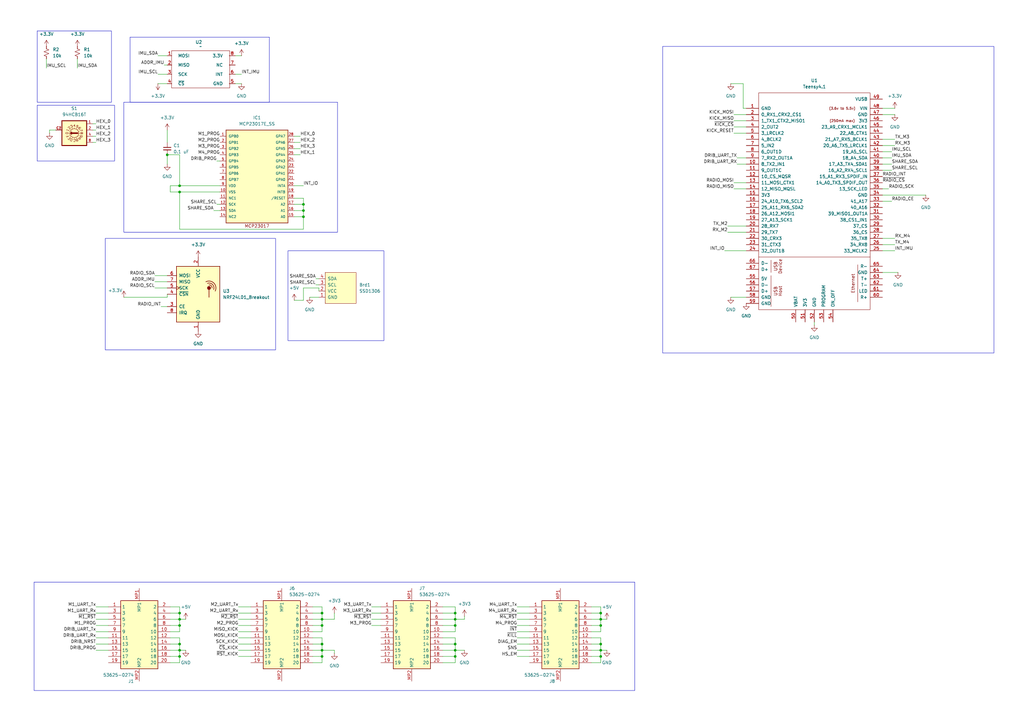
<source format=kicad_sch>
(kicad_sch (version 20231120) (generator "eeschema") (generator_version "8.0")
  (paper "A3")
  (lib_symbols
    (symbol "94HCB16T:94HCB16T" (pin_names (offset 1.016))
      (property "Reference" "S" (at -5.09 5.09 0))
      (property "Value" "94HCB16T" (at 0 -7.6239 0))
      (symbol "94HCB16T_0_0"
        (pin passive line (at 7.62 2.54 180) (length 2.54) (name "~") (number "1"))
        (pin passive line (at 7.62 0 180) (length 2.54) (name "~") (number "2"))
        (pin passive line (at 7.62 -2.54 180) (length 2.54) (name "~") (number "4"))
        (pin passive line (at 7.62 -5.08 180) (length 2.54) (name "~") (number "8"))
        (pin passive line (at -7.62 0 0) (length 2.54) (name "~") (number "C1"))
        (pin passive line (at -7.62 0 0) (length 2.54) (name "~") (number "C2"))
      )
    )
    (symbol "Device:C_Small" (pin_numbers hide) (pin_names (offset 0.254) hide)
      (property "Reference" "C" (at 0.254 1.778 0))
      (property "Value" "C_Small" (at 0.254 -2.032 0))
      (symbol "C_Small_1_1"
        (pin passive line (at 0 2.54 270) (length 2.032) (name "~") (number "1"))
        (pin passive line (at 0 -2.54 90) (length 2.032) (name "~") (number "2"))
      )
    )
    (symbol "Device:R_Small_US" (pin_numbers hide) (pin_names (offset 0.254) hide)
      (property "Reference" "R" (at 0.762 0.508 0))
      (property "Value" "R_Small_US" (at 0.762 -1.016 0))
      (symbol "R_Small_US_1_1"
        (pin passive line (at 0 2.54 270) (length 1.016) (name "~") (number "1"))
        (pin passive line (at 0 -2.54 90) (length 1.016) (name "~") (number "2"))
      )
    )
    (symbol "IMUHeader:HeaderIMU" (pin_names (offset 2.54))
      (property "Reference" "U" (at 0 0 0))
      (symbol "HeaderIMU_1_1"
        (pin input line (at -13.97 -3.81 0) (length 1.905) (name "MOSI") (number "1"))
        (pin input line (at -13.97 -7.62 0) (length 1.905) (name "MISO") (number "2"))
        (pin input line (at -13.97 -11.43 0) (length 1.905) (name "SCK") (number "3"))
        (pin power_in line (at -13.97 -15.24 0) (length 1.905) (name "~{CS}") (number "4"))
        (pin output line (at 13.97 -15.24 180) (length 2.54) (name "GND") (number "5"))
        (pin output line (at 13.97 -11.43 180) (length 2.54) (name "INT") (number "6"))
        (pin input line (at 13.97 -7.62 180) (length 2.54) (name "NC") (number "7"))
        (pin power_in line (at 13.97 -3.81 180) (length 2.54) (name "3.3V") (number "8"))
      )
    )
    (symbol "MCP23017E_SS:MCP23017E_SS" (pin_names (offset 1.016))
      (property "Reference" "IC" (at 0 19.05 0))
      (property "Value" "MCP23017E_SS" (at 0 0 0))
      (symbol "MCP23017E_SS_0_0"
        (text "MCP23017" (at 0 -21.59 0) (effects (font (size 1.27 1.27))))
        (pin bidirectional line (at -15.24 15.24 0) (length 2.54) (name "GPB0") (number "1"))
        (pin bidirectional line (at -15.24 -7.62 0) (length 2.54) (name "VSS") (number "10"))
        (pin bidirectional line (at -15.24 -10.16 0) (length 2.54) (name "NC1") (number "11"))
        (pin bidirectional line (at -15.24 -12.7 0) (length 2.54) (name "SCK") (number "12"))
        (pin bidirectional line (at -15.24 -15.24 0) (length 2.54) (name "SDA") (number "13"))
        (pin bidirectional line (at -15.24 -17.78 0) (length 2.54) (name "NC2") (number "14"))
        (pin bidirectional line (at 15.24 -17.78 180) (length 2.54) (name "A0") (number "15"))
        (pin bidirectional line (at 15.24 -15.24 180) (length 2.54) (name "A1") (number "16"))
        (pin bidirectional line (at 15.24 -12.7 180) (length 2.54) (name "A2") (number "17"))
        (pin bidirectional line (at 15.24 -10.16 180) (length 2.54) (name "/RESET") (number "18"))
        (pin bidirectional line (at 15.24 -7.62 180) (length 2.54) (name "INTB") (number "19"))
        (pin bidirectional line (at -15.24 12.7 0) (length 2.54) (name "GPB1") (number "2"))
        (pin bidirectional line (at 15.24 -5.08 180) (length 2.54) (name "INTA") (number "20"))
        (pin bidirectional line (at 15.24 -2.54 180) (length 2.54) (name "GPA0") (number "21"))
        (pin bidirectional line (at 15.24 0 180) (length 2.54) (name "GPA1") (number "22"))
        (pin bidirectional line (at 15.24 2.54 180) (length 2.54) (name "GPA2") (number "23"))
        (pin bidirectional line (at 15.24 5.08 180) (length 2.54) (name "GPA3") (number "24"))
        (pin bidirectional line (at 15.24 7.62 180) (length 2.54) (name "GPA4") (number "25"))
        (pin bidirectional line (at 15.24 10.16 180) (length 2.54) (name "GPA5") (number "26"))
        (pin bidirectional line (at 15.24 12.7 180) (length 2.54) (name "GPA6") (number "27"))
        (pin bidirectional line (at 15.24 15.24 180) (length 2.54) (name "GPA7") (number "28"))
        (pin bidirectional line (at -15.24 10.16 0) (length 2.54) (name "GPB2") (number "3"))
        (pin bidirectional line (at -15.24 7.62 0) (length 2.54) (name "GPB3") (number "4"))
        (pin bidirectional line (at -15.24 5.08 0) (length 2.54) (name "GPB4") (number "5"))
        (pin bidirectional line (at -15.24 2.54 0) (length 2.54) (name "GPB5") (number "6"))
        (pin bidirectional line (at -15.24 0 0) (length 2.54) (name "GPB6") (number "7"))
        (pin bidirectional line (at -15.24 -2.54 0) (length 2.54) (name "GPB7") (number "8"))
        (pin bidirectional line (at -15.24 -5.08 0) (length 2.54) (name "VDD") (number "9"))
      )
    )
    (symbol "RF:NRF24L01_Breakout" (pin_names (offset 1.016))
      (property "Reference" "U" (at -8.89 12.7 0))
      (property "Value" "NRF24L01_Breakout" (at 3.81 12.7 0))
      (symbol "NRF24L01_Breakout_1_1"
        (pin power_in line (at 0 -15.24 90) (length 3.81) (name "GND") (number "1"))
        (pin power_in line (at 0 15.24 270) (length 3.81) (name "VCC") (number "2"))
        (pin input line (at -12.7 -5.08 0) (length 3.81) (name "CE") (number "3"))
        (pin input line (at -12.7 0 0) (length 3.81) (name "~{CSN}") (number "4"))
        (pin input clock (at -12.7 2.54 0) (length 3.81) (name "SCK") (number "5"))
        (pin input line (at -12.7 7.62 0) (length 3.81) (name "MOSI") (number "6"))
        (pin output line (at -12.7 5.08 0) (length 3.81) (name "MISO") (number "7"))
        (pin output line (at -12.7 -7.62 0) (length 3.81) (name "IRQ") (number "8"))
      )
    )
    (symbol "RoboJackets-Connectors:53625-0274"
      (property "Reference" "J" (at 34.29 12.7 0))
      (property "Value" "53625-0274" (at 34.29 10.16 0))
      (symbol "53625-0274_1_1"
        (pin passive line (at 7.62 -12.7 90) (length 5.08) (name "1") (number "1"))
        (pin passive line (at 17.78 12.7 270) (length 5.08) (name "10") (number "10"))
        (pin passive line (at 20.32 -12.7 90) (length 5.08) (name "11") (number "11"))
        (pin passive line (at 20.32 12.7 270) (length 5.08) (name "12") (number "12"))
        (pin passive line (at 22.86 -12.7 90) (length 5.08) (name "13") (number "13"))
        (pin passive line (at 22.86 12.7 270) (length 5.08) (name "14") (number "14"))
        (pin passive line (at 25.4 -12.7 90) (length 5.08) (name "15") (number "15"))
        (pin passive line (at 25.4 12.7 270) (length 5.08) (name "16") (number "16"))
        (pin passive line (at 27.94 -12.7 90) (length 5.08) (name "17") (number "17"))
        (pin passive line (at 27.94 12.7 270) (length 5.08) (name "18") (number "18"))
        (pin passive line (at 30.48 -12.7 90) (length 5.08) (name "19") (number "19"))
        (pin passive line (at 7.62 12.7 270) (length 5.08) (name "2") (number "2"))
        (pin passive line (at 30.48 12.7 270) (length 5.08) (name "20") (number "20"))
        (pin passive line (at 10.16 -12.7 90) (length 5.08) (name "3") (number "3"))
        (pin passive line (at 10.16 12.7 270) (length 5.08) (name "4") (number "4"))
        (pin passive line (at 12.7 -12.7 90) (length 5.08) (name "5") (number "5"))
        (pin passive line (at 12.7 12.7 270) (length 5.08) (name "6") (number "6"))
        (pin passive line (at 15.24 -12.7 90) (length 5.08) (name "7") (number "7"))
        (pin passive line (at 15.24 12.7 270) (length 5.08) (name "8") (number "8"))
        (pin passive line (at 17.78 -12.7 90) (length 5.08) (name "9") (number "9"))
        (pin passive line (at 0 0 0) (length 5.08) (name "MP1") (number "MP1"))
        (pin passive line (at 38.1 0 180) (length 5.08) (name "MP2") (number "MP2"))
      )
    )
    (symbol "SSD1306-128x64_OLED:SSD1306" (pin_names (offset 1.016))
      (property "Reference" "Brd1" (at 1.2701 -7.62 90))
      (property "Value" "SSD1306" (at -1.2699 -7.62 90))
      (symbol "SSD1306_1_1"
        (pin input line (at -3.81 8.89 270) (length 2.54) (name "GND") (number "1"))
        (pin input line (at -1.27 8.89 270) (length 2.54) (name "VCC") (number "2"))
        (pin input line (at 1.27 8.89 270) (length 2.54) (name "SCL") (number "3"))
        (pin input line (at 3.81 8.89 270) (length 2.54) (name "SDA") (number "4"))
      )
    )
    (symbol "power:+3.3V" (power) (pin_numbers hide) (pin_names (offset 0) hide)
      (property "Value" "+3.3V" (at 0 3.556 0))
      (symbol "+3.3V_1_1"
        (pin power_in line (at 0 0 90) (length 0) (name "~") (number "1"))
      )
    )
    (symbol "power:+3V3" (power) (pin_numbers hide) (pin_names (offset 0) hide)
      (property "Value" "+3V3" (at 0 3.556 0))
      (symbol "+3V3_1_1"
        (pin power_in line (at 0 0 90) (length 0) (name "~") (number "1"))
      )
    )
    (symbol "power:+5V" (power) (pin_numbers hide) (pin_names (offset 0) hide)
      (property "Value" "+5V" (at 0 3.556 0))
      (symbol "+5V_1_1"
        (pin power_in line (at 0 0 90) (length 0) (name "~") (number "1"))
      )
    )
    (symbol "power:GND" (power) (pin_numbers hide) (pin_names (offset 0) hide)
      (property "Value" "GND" (at 0 -3.81 0))
      (symbol "GND_1_1"
        (pin power_in line (at 0 0 270) (length 0) (name "~") (number "1"))
      )
    )
    (symbol "teensy:Teensy4.1" (pin_names (offset 1.016))
      (property "Reference" "U" (at 0 64.77 0))
      (property "Value" "Teensy4.1" (at 0 62.23 0))
      (symbol "Teensy4.1_0_0"
        (text "(250mA max)" (at 11.43 49.53 0) (effects (font (size 1.016 1.016))))
        (text "(3.6v to 5.5v)" (at 11.43 54.61 0) (effects (font (size 1.016 1.016))))
        (text "Device" (at -13.97 -10.16 900) (effects (font (size 1.27 1.27))))
        (text "Ethernet" (at 15.875 -17.145 900) (effects (font (size 1.27 1.27))))
        (text "Host" (at -13.97 -20.32 900) (effects (font (size 1.27 1.27))))
        (text "USB" (at -15.875 -20.32 900) (effects (font (size 1.27 1.27))))
        (text "USB" (at -15.875 -10.16 900) (effects (font (size 1.27 1.27))))
        (pin bidirectional line (at -27.94 31.75 0) (length 5.08) (name "8_TX2_IN1") (number "10"))
        (pin bidirectional line (at -27.94 29.21 0) (length 5.08) (name "9_OUT1C") (number "11"))
        (pin bidirectional line (at -27.94 26.67 0) (length 5.08) (name "10_CS_MQSR") (number "12"))
        (pin bidirectional line (at -27.94 24.13 0) (length 5.08) (name "11_MOSI_CTX1") (number "13"))
        (pin bidirectional line (at -27.94 21.59 0) (length 5.08) (name "12_MISO_MQSL") (number "14"))
        (pin power_in line (at -27.94 19.05 0) (length 5.08) (name "3V3") (number "15"))
        (pin bidirectional line (at -27.94 16.51 0) (length 5.08) (name "24_A10_TX6_SCL2") (number "16"))
        (pin bidirectional line (at -27.94 13.97 0) (length 5.08) (name "25_A11_RX6_SDA2") (number "17"))
        (pin bidirectional line (at -27.94 11.43 0) (length 5.08) (name "26_A12_MOSI1") (number "18"))
        (pin bidirectional line (at -27.94 8.89 0) (length 5.08) (name "27_A13_SCK1") (number "19"))
        (pin bidirectional line (at -27.94 6.35 0) (length 5.08) (name "28_RX7") (number "20"))
        (pin bidirectional line (at -27.94 3.81 0) (length 5.08) (name "29_TX7") (number "21"))
        (pin bidirectional line (at -27.94 1.27 0) (length 5.08) (name "30_CRX3") (number "22"))
        (pin bidirectional line (at -27.94 -1.27 0) (length 5.08) (name "31_CTX3") (number "23"))
        (pin bidirectional line (at -27.94 -3.81 0) (length 5.08) (name "32_OUT1B") (number "24"))
        (pin bidirectional line (at 27.94 -3.81 180) (length 5.08) (name "33_MCLK2") (number "25"))
        (pin bidirectional line (at 27.94 -1.27 180) (length 5.08) (name "34_RX8") (number "26"))
        (pin bidirectional line (at 27.94 1.27 180) (length 5.08) (name "35_TX8") (number "27"))
        (pin bidirectional line (at 27.94 3.81 180) (length 5.08) (name "36_CS") (number "28"))
        (pin bidirectional line (at 27.94 6.35 180) (length 5.08) (name "37_CS") (number "29"))
        (pin bidirectional line (at 27.94 8.89 180) (length 5.08) (name "38_CS1_IN1") (number "30"))
        (pin bidirectional line (at 27.94 11.43 180) (length 5.08) (name "39_MISO1_OUT1A") (number "31"))
        (pin bidirectional line (at 27.94 13.97 180) (length 5.08) (name "40_A16") (number "32"))
        (pin bidirectional line (at 27.94 16.51 180) (length 5.08) (name "41_A17") (number "33"))
        (pin bidirectional line (at 27.94 21.59 180) (length 5.08) (name "13_SCK_LED") (number "35"))
        (pin bidirectional line (at 27.94 24.13 180) (length 5.08) (name "14_A0_TX3_SPDIF_OUT") (number "36"))
        (pin bidirectional line (at 27.94 26.67 180) (length 5.08) (name "15_A1_RX3_SPDIF_IN") (number "37"))
        (pin bidirectional line (at 27.94 29.21 180) (length 5.08) (name "16_A2_RX4_SCL1") (number "38"))
        (pin bidirectional line (at 27.94 31.75 180) (length 5.08) (name "17_A3_TX4_SDA1") (number "39"))
        (pin bidirectional line (at 27.94 34.29 180) (length 5.08) (name "18_A4_SDA") (number "40"))
        (pin bidirectional line (at 27.94 36.83 180) (length 5.08) (name "19_A5_SCL") (number "41"))
        (pin bidirectional line (at 27.94 39.37 180) (length 5.08) (name "20_A6_TX5_LRCLK1") (number "42"))
        (pin bidirectional line (at 27.94 41.91 180) (length 5.08) (name "21_A7_RX5_BCLK1") (number "43"))
        (pin bidirectional line (at 27.94 44.45 180) (length 5.08) (name "22_A8_CTX1") (number "44"))
        (pin bidirectional line (at 27.94 46.99 180) (length 5.08) (name "23_A9_CRX1_MCLK1") (number "45"))
        (pin output line (at 27.94 49.53 180) (length 5.08) (name "3V3") (number "46"))
        (pin output line (at 27.94 52.07 180) (length 5.08) (name "GND") (number "47"))
        (pin power_in line (at 27.94 54.61 180) (length 5.08) (name "VIN") (number "48"))
        (pin power_out line (at 27.94 58.42 180) (length 5.08) (name "VUSB") (number "49"))
        (pin bidirectional line (at -27.94 44.45 0) (length 5.08) (name "3_LRCLK2") (number "5"))
        (pin power_in line (at -7.62 -33.02 90) (length 5.08) (name "VBAT") (number "50"))
        (pin power_in line (at -3.81 -33.02 90) (length 5.08) (name "3V3") (number "51"))
        (pin input line (at 0 -33.02 90) (length 5.08) (name "GND") (number "52"))
        (pin input line (at 3.81 -33.02 90) (length 5.08) (name "PROGRAM") (number "53"))
        (pin input line (at 7.62 -33.02 90) (length 5.08) (name "ON_OFF") (number "54"))
        (pin power_out line (at -27.94 -15.24 0) (length 5.08) (name "5V") (number "55"))
        (pin bidirectional line (at -27.94 -17.78 0) (length 5.08) (name "D-") (number "56"))
        (pin bidirectional line (at -27.94 -20.32 0) (length 5.08) (name "D+") (number "57"))
        (pin power_in line (at -27.94 -22.86 0) (length 5.08) (name "GND") (number "58"))
        (pin power_in line (at -27.94 -25.4 0) (length 5.08) (name "GND") (number "59"))
        (pin bidirectional line (at -27.94 41.91 0) (length 5.08) (name "4_BCLK2") (number "6"))
        (pin bidirectional line (at 27.94 -22.86 180) (length 5.08) (name "R+") (number "60"))
        (pin bidirectional line (at 27.94 -20.32 180) (length 5.08) (name "LED") (number "61"))
        (pin bidirectional line (at 27.94 -17.78 180) (length 5.08) (name "T-") (number "62"))
        (pin bidirectional line (at 27.94 -15.24 180) (length 5.08) (name "T+") (number "63"))
        (pin power_in line (at 27.94 -12.7 180) (length 5.08) (name "GND") (number "64"))
        (pin bidirectional line (at 27.94 -10.16 180) (length 5.08) (name "R-") (number "65"))
        (pin bidirectional line (at -27.94 -8.89 0) (length 5.08) (name "D-") (number "66"))
        (pin bidirectional line (at -27.94 -11.43 0) (length 5.08) (name "D+") (number "67"))
        (pin bidirectional line (at -27.94 39.37 0) (length 5.08) (name "5_IN2") (number "7"))
        (pin bidirectional line (at -27.94 36.83 0) (length 5.08) (name "6_OUT1D") (number "8"))
        (pin bidirectional line (at -27.94 34.29 0) (length 5.08) (name "7_RX2_OUT1A") (number "9"))
      )
      (symbol "Teensy4.1_1_1"
        (pin power_in line (at -27.94 54.61 0) (length 5.08) (name "GND") (number "1"))
        (pin bidirectional line (at -27.94 52.07 0) (length 5.08) (name "0_RX1_CRX2_CS1") (number "2"))
        (pin bidirectional line (at -27.94 49.53 0) (length 5.08) (name "1_TX1_CTX2_MISO1") (number "3"))
        (pin power_in line (at 27.94 19.05 180) (length 5.08) (name "GND") (number "34"))
        (pin bidirectional line (at -27.94 46.99 0) (length 5.08) (name "2_OUT2") (number "4"))
      )
    )
  )
  (junction (at 246.38 251.46))
  (junction (at 124.46 83.82))
  (junction (at 124.46 88.9))
  (junction (at 186.69 254))
  (junction (at 68.58 63.5))
  (junction (at 132.08 251.46))
  (junction (at 132.08 266.7))
  (junction (at 186.69 256.54))
  (junction (at 73.66 251.46))
  (junction (at 124.46 86.36))
  (junction (at 186.69 264.16))
  (junction (at 132.08 254))
  (junction (at 73.66 264.16))
  (junction (at 132.08 256.54))
  (junction (at 186.69 269.24))
  (junction (at 246.38 269.24))
  (junction (at 246.38 256.54))
  (junction (at 73.66 266.7))
  (junction (at 246.38 266.7))
  (junction (at 246.38 264.16))
  (junction (at 132.08 264.16))
  (junction (at 73.66 78.74))
  (junction (at 73.66 76.2))
  (junction (at 246.38 254))
  (junction (at 186.69 266.7))
  (junction (at 186.69 251.46))
  (junction (at 73.66 256.54))
  (junction (at 132.08 269.24))
  (junction (at 73.66 254))
  (junction (at 73.66 269.24))
  (wire (pts (xy 246.38 251.46) (xy 246.38 254)))
  (wire (pts (xy 69.85 264.16) (xy 73.66 264.16)))
  (wire (pts (xy 128.27 254) (xy 132.08 254)))
  (wire (pts (xy 217.17 254) (xy 212.09 254)))
  (wire (pts (xy 300.99 49.53) (xy 306.07 49.53)))
  (wire (pts (xy 38.1 53.34) (xy 39.37 53.34)))
  (wire (pts (xy 181.61 248.92) (xy 186.69 248.92)))
  (wire (pts (xy 44.45 264.16) (xy 39.37 264.16)))
  (wire (pts (xy 361.95 77.47) (xy 364.49 77.47)))
  (wire (pts (xy 361.95 62.23) (xy 365.76 62.23)))
  (wire (pts (xy 124.46 83.82) (xy 124.46 81.28)))
  (wire (pts (xy 186.69 261.62) (xy 186.69 264.16)))
  (wire (pts (xy 38.1 58.42) (xy 39.37 58.42)))
  (wire (pts (xy 124.46 118.11) (xy 124.46 123.19)))
  (wire (pts (xy 300.99 54.61) (xy 306.07 54.61)))
  (wire (pts (xy 181.61 259.08) (xy 186.69 259.08)))
  (wire (pts (xy 120.65 58.42) (xy 123.19 58.42)))
  (wire (pts (xy 128.27 264.16) (xy 132.08 264.16)))
  (wire (pts (xy 68.58 63.5) (xy 73.66 63.5)))
  (wire (pts (xy 73.66 264.16) (xy 73.66 266.7)))
  (wire (pts (xy 246.38 259.08) (xy 242.57 259.08)))
  (wire (pts (xy 97.79 261.62) (xy 102.87 261.62)))
  (wire (pts (xy 132.08 256.54) (xy 132.08 254)))
  (wire (pts (xy 73.66 251.46) (xy 73.66 254)))
  (wire (pts (xy 69.85 256.54) (xy 73.66 256.54)))
  (wire (pts (xy 152.4 251.46) (xy 156.21 251.46)))
  (wire (pts (xy 242.57 256.54) (xy 246.38 256.54)))
  (wire (pts (xy 242.57 254) (xy 246.38 254)))
  (wire (pts (xy 246.38 256.54) (xy 246.38 259.08)))
  (wire (pts (xy 97.79 264.16) (xy 102.87 264.16)))
  (wire (pts (xy 64.77 30.48) (xy 68.58 30.48)))
  (wire (pts (xy 300.99 46.99) (xy 306.07 46.99)))
  (wire (pts (xy 246.38 251.46) (xy 242.57 251.46)))
  (wire (pts (xy 44.45 261.62) (xy 39.37 261.62)))
  (wire (pts (xy 73.66 78.74) (xy 73.66 93.98)))
  (wire (pts (xy 361.95 46.99) (xy 367.03 46.99)))
  (wire (pts (xy 44.45 254) (xy 39.37 254)))
  (wire (pts (xy 69.85 261.62) (xy 73.66 261.62)))
  (wire (pts (xy 120.65 60.96) (xy 123.19 60.96)))
  (wire (pts (xy 242.57 264.16) (xy 246.38 264.16)))
  (wire (pts (xy 120.65 123.19) (xy 124.46 123.19)))
  (wire (pts (xy 246.38 266.7) (xy 246.38 269.24)))
  (wire (pts (xy 246.38 269.24) (xy 246.38 271.78)))
  (wire (pts (xy 73.66 93.98) (xy 124.46 93.98)))
  (wire (pts (xy 298.45 92.71) (xy 306.07 92.71)))
  (wire (pts (xy 73.66 261.62) (xy 73.66 264.16)))
  (wire (pts (xy 186.69 251.46) (xy 186.69 254)))
  (wire (pts (xy 120.65 83.82) (xy 124.46 83.82)))
  (wire (pts (xy 212.09 266.7) (xy 217.17 266.7)))
  (wire (pts (xy 302.26 64.77) (xy 306.07 64.77)))
  (wire (pts (xy 69.85 269.24) (xy 73.66 269.24)))
  (wire (pts (xy 132.08 264.16) (xy 132.08 261.62)))
  (wire (pts (xy 96.52 22.86) (xy 99.06 22.86)))
  (wire (pts (xy 73.66 266.7) (xy 76.2 266.7)))
  (wire (pts (xy 20.32 53.34) (xy 22.86 53.34)))
  (wire (pts (xy 217.17 256.54) (xy 212.09 256.54)))
  (wire (pts (xy 120.65 88.9) (xy 124.46 88.9)))
  (wire (pts (xy 44.45 259.08) (xy 39.37 259.08)))
  (wire (pts (xy 304.8 44.45) (xy 304.8 34.29)))
  (wire (pts (xy 69.85 266.7) (xy 73.66 266.7)))
  (wire (pts (xy 298.45 95.25) (xy 306.07 95.25)))
  (wire (pts (xy 132.08 254) (xy 137.16 254)))
  (wire (pts (xy 64.77 34.29) (xy 68.58 34.29)))
  (wire (pts (xy 361.95 69.85) (xy 365.76 69.85)))
  (wire (pts (xy 246.38 264.16) (xy 246.38 266.7)))
  (wire (pts (xy 128.27 261.62) (xy 132.08 261.62)))
  (wire (pts (xy 361.95 82.55) (xy 365.76 82.55)))
  (wire (pts (xy 120.65 55.88) (xy 123.19 55.88)))
  (wire (pts (xy 137.16 251.46) (xy 137.16 254)))
  (wire (pts (xy 132.08 254) (xy 132.08 251.46)))
  (wire (pts (xy 152.4 248.92) (xy 156.21 248.92)))
  (wire (pts (xy 186.69 254) (xy 190.5 254)))
  (wire (pts (xy 124.46 81.28) (xy 120.65 81.28)))
  (wire (pts (xy 242.57 266.7) (xy 246.38 266.7)))
  (wire (pts (xy 69.85 254) (xy 73.66 254)))
  (wire (pts (xy 361.95 102.87) (xy 367.03 102.87)))
  (wire (pts (xy 69.85 78.74) (xy 73.66 78.74)))
  (wire (pts (xy 361.95 111.76) (xy 368.3 111.76)))
  (wire (pts (xy 31.75 24.13) (xy 31.75 27.94)))
  (wire (pts (xy 181.61 266.7) (xy 186.69 266.7)))
  (wire (pts (xy 73.66 76.2) (xy 90.17 76.2)))
  (wire (pts (xy 152.4 254) (xy 156.21 254)))
  (wire (pts (xy 186.69 266.7) (xy 186.69 269.24)))
  (wire (pts (xy 361.95 44.45) (xy 367.03 44.45)))
  (wire (pts (xy 128.27 256.54) (xy 132.08 256.54)))
  (wire (pts (xy 73.66 271.78) (xy 69.85 271.78)))
  (wire (pts (xy 97.79 251.46) (xy 102.87 251.46)))
  (wire (pts (xy 186.69 264.16) (xy 186.69 266.7)))
  (wire (pts (xy 96.52 34.29) (xy 99.06 34.29)))
  (wire (pts (xy 73.66 76.2) (xy 69.85 76.2)))
  (wire (pts (xy 246.38 266.7) (xy 248.92 266.7)))
  (wire (pts (xy 361.95 64.77) (xy 365.76 64.77)))
  (wire (pts (xy 242.57 261.62) (xy 246.38 261.62)))
  (wire (pts (xy 73.66 259.08) (xy 69.85 259.08)))
  (wire (pts (xy 39.37 266.7) (xy 44.45 266.7)))
  (wire (pts (xy 186.69 248.92) (xy 186.69 251.46)))
  (wire (pts (xy 68.58 121.92) (xy 68.58 120.65)))
  (wire (pts (xy 132.08 266.7) (xy 137.16 266.7)))
  (wire (pts (xy 96.52 30.48) (xy 99.06 30.48)))
  (wire (pts (xy 132.08 248.92) (xy 128.27 248.92)))
  (wire (pts (xy 124.46 86.36) (xy 124.46 83.82)))
  (wire (pts (xy 217.17 251.46) (xy 212.09 251.46)))
  (wire (pts (xy 217.17 264.16) (xy 212.09 264.16)))
  (wire (pts (xy 97.79 254) (xy 102.87 254)))
  (wire (pts (xy 63.5 118.11) (xy 68.58 118.11)))
  (wire (pts (xy 73.66 266.7) (xy 73.66 269.24)))
  (wire (pts (xy 181.61 254) (xy 186.69 254)))
  (wire (pts (xy 128.27 266.7) (xy 132.08 266.7)))
  (wire (pts (xy 132.08 269.24) (xy 132.08 271.78)))
  (wire (pts (xy 217.17 261.62) (xy 212.09 261.62)))
  (wire (pts (xy 186.69 254) (xy 186.69 256.54)))
  (wire (pts (xy 50.8 121.92) (xy 68.58 121.92)))
  (wire (pts (xy 73.66 269.24) (xy 73.66 271.78)))
  (wire (pts (xy 246.38 271.78) (xy 242.57 271.78)))
  (wire (pts (xy 128.27 271.78) (xy 132.08 271.78)))
  (wire (pts (xy 130.81 118.11) (xy 130.81 119.38)))
  (wire (pts (xy 361.95 57.15) (xy 367.03 57.15)))
  (wire (pts (xy 88.9 83.82) (xy 90.17 83.82)))
  (wire (pts (xy 129.54 114.3) (xy 130.81 114.3)))
  (wire (pts (xy 88.9 66.04) (xy 90.17 66.04)))
  (wire (pts (xy 69.85 248.92) (xy 73.66 248.92)))
  (wire (pts (xy 132.08 251.46) (xy 132.08 248.92)))
  (wire (pts (xy 361.95 59.69) (xy 367.03 59.69)))
  (wire (pts (xy 300.99 77.47) (xy 306.07 77.47)))
  (wire (pts (xy 297.18 102.87) (xy 306.07 102.87)))
  (wire (pts (xy 73.66 248.92) (xy 73.66 251.46)))
  (wire (pts (xy 44.45 251.46) (xy 39.37 251.46)))
  (wire (pts (xy 299.72 121.92) (xy 306.07 121.92)))
  (wire (pts (xy 44.45 248.92) (xy 39.37 248.92)))
  (wire (pts (xy 217.17 248.92) (xy 212.09 248.92)))
  (wire (pts (xy 190.5 252.73) (xy 190.5 254)))
  (wire (pts (xy 137.16 266.7) (xy 137.16 267.97)))
  (wire (pts (xy 246.38 254) (xy 248.92 254)))
  (wire (pts (xy 64.77 22.86) (xy 68.58 22.86)))
  (wire (pts (xy 19.05 24.13) (xy 19.05 27.94)))
  (wire (pts (xy 127 121.92) (xy 130.81 121.92)))
  (wire (pts (xy 63.5 115.57) (xy 68.58 115.57)))
  (wire (pts (xy 152.4 256.54) (xy 156.21 256.54)))
  (wire (pts (xy 242.57 248.92) (xy 246.38 248.92)))
  (wire (pts (xy 128.27 269.24) (xy 132.08 269.24)))
  (wire (pts (xy 186.69 269.24) (xy 186.69 271.78)))
  (wire (pts (xy 212.09 269.24) (xy 217.17 269.24)))
  (wire (pts (xy 128.27 251.46) (xy 132.08 251.46)))
  (wire (pts (xy 361.95 100.33) (xy 367.03 100.33)))
  (wire (pts (xy 306.07 44.45) (xy 304.8 44.45)))
  (wire (pts (xy 66.04 125.73) (xy 68.58 125.73)))
  (wire (pts (xy 246.38 248.92) (xy 246.38 251.46)))
  (wire (pts (xy 67.31 26.67) (xy 68.58 26.67)))
  (wire (pts (xy 128.27 259.08) (xy 132.08 259.08)))
  (wire (pts (xy 304.8 34.29) (xy 299.72 34.29)))
  (wire (pts (xy 186.69 266.7) (xy 190.5 266.7)))
  (wire (pts (xy 300.99 52.07) (xy 306.07 52.07)))
  (wire (pts (xy 181.61 251.46) (xy 186.69 251.46)))
  (wire (pts (xy 181.61 261.62) (xy 186.69 261.62)))
  (wire (pts (xy 361.95 80.01) (xy 379.73 80.01)))
  (wire (pts (xy 181.61 264.16) (xy 186.69 264.16)))
  (wire (pts (xy 68.58 63.5) (xy 68.58 67.31)))
  (wire (pts (xy 120.65 63.5) (xy 123.19 63.5)))
  (wire (pts (xy 97.79 259.08) (xy 102.87 259.08)))
  (wire (pts (xy 186.69 256.54) (xy 186.69 259.08)))
  (wire (pts (xy 186.69 271.78) (xy 181.61 271.78)))
  (wire (pts (xy 302.26 67.31) (xy 306.07 67.31)))
  (wire (pts (xy 181.61 269.24) (xy 186.69 269.24)))
  (wire (pts (xy 63.5 113.03) (xy 68.58 113.03)))
  (wire (pts (xy 132.08 259.08) (xy 132.08 256.54)))
  (wire (pts (xy 124.46 88.9) (xy 124.46 86.36)))
  (wire (pts (xy 361.95 97.79) (xy 367.03 97.79)))
  (wire (pts (xy 361.95 67.31) (xy 365.76 67.31)))
  (wire (pts (xy 129.54 116.84) (xy 130.81 116.84)))
  (wire (pts (xy 97.79 269.24) (xy 102.87 269.24)))
  (wire (pts (xy 97.79 266.7) (xy 102.87 266.7)))
  (wire (pts (xy 300.99 74.93) (xy 306.07 74.93)))
  (wire (pts (xy 73.66 251.46) (xy 69.85 251.46)))
  (wire (pts (xy 217.17 259.08) (xy 212.09 259.08)))
  (wire (pts (xy 132.08 266.7) (xy 132.08 269.24)))
  (wire (pts (xy 97.79 248.92) (xy 102.87 248.92)))
  (wire (pts (xy 38.1 55.88) (xy 39.37 55.88)))
  (wire (pts (xy 73.66 78.74) (xy 90.17 78.74)))
  (wire (pts (xy 73.66 63.5) (xy 73.66 76.2)))
  (wire (pts (xy 124.46 93.98) (xy 124.46 88.9)))
  (wire (pts (xy 120.65 86.36) (xy 124.46 86.36)))
  (wire (pts (xy 246.38 261.62) (xy 246.38 264.16)))
  (wire (pts (xy 97.79 256.54) (xy 102.87 256.54)))
  (wire (pts (xy 242.57 269.24) (xy 246.38 269.24)))
  (wire (pts (xy 132.08 266.7) (xy 132.08 264.16)))
  (wire (pts (xy 124.46 118.11) (xy 130.81 118.11)))
  (wire (pts (xy 69.85 76.2) (xy 69.85 78.74)))
  (wire (pts (xy 68.58 53.34) (xy 68.58 58.42)))
  (wire (pts (xy 334.01 132.08) (xy 334.01 133.35)))
  (wire (pts (xy 73.66 254) (xy 76.2 254)))
  (wire (pts (xy 246.38 254) (xy 246.38 256.54)))
  (wire (pts (xy 44.45 256.54) (xy 39.37 256.54)))
  (wire (pts (xy 87.63 86.36) (xy 90.17 86.36)))
  (wire (pts (xy 20.32 54.61) (xy 20.32 53.34)))
  (wire (pts (xy 73.66 256.54) (xy 73.66 259.08)))
  (wire (pts (xy 38.1 50.8) (xy 39.37 50.8)))
  (wire (pts (xy 181.61 256.54) (xy 186.69 256.54)))
  (wire (pts (xy 120.65 76.2) (xy 124.46 76.2)))
  (wire (pts (xy 73.66 254) (xy 73.66 256.54)))
  (rectangle (start 50.8 41.91) (end 138.43 95.25))
  (rectangle (start 15.24 12.7) (end 45.72 41.91))
  (rectangle (start 53.34 15.24) (end 110.49 41.91))
  (rectangle (start 13.97 238.76) (end 260.35 283.21))
  (rectangle (start 118.11 102.87) (end 157.48 139.7))
  (rectangle (start 271.78 19.05) (end 407.67 144.78))
  (rectangle (start 15.24 43.18) (end 46.99 66.04))
  (rectangle (start 43.18 97.79) (end 113.03 143.51))
  (label "IMU_SCL" (at 365.76 62.23 0))
  (label "~{INT}" (at 212.09 259.08 180))
  (label "RADIO_MOSI" (at 300.99 74.93 180))
  (label "RADIO_SDA" (at 63.5 113.03 180))
  (label "DRIB_PROG" (at 88.9 66.04 180))
  (label "~{KICK_CS}" (at 300.99 52.07 180))
  (label "RX_M2" (at 298.45 95.25 180))
  (label "M2_PROG" (at 90.17 58.42 180))
  (label "INT_IO" (at 124.46 76.2 0))
  (label "DRIB_UART_RX" (at 302.26 67.31 180))
  (label "HEX_2" (at 123.19 58.42 0))
  (label "SHARE_SCL" (at 365.76 69.85 0))
  (label "INT_IMU" (at 99.06 30.48 0))
  (label "HS_EM" (at 212.09 269.24 180))
  (label "~{M3_RST}" (at 152.4 254 180))
  (label "HEX_1" (at 39.37 53.34 0))
  (label "DRIB_NRST" (at 39.37 264.16 180))
  (label "RADIO_CE" (at 365.76 82.55 0))
  (label "~{CS}_KICK" (at 97.79 266.7 180))
  (label "SHARE_SCL" (at 129.54 116.84 180))
  (label "IMU_SDA" (at 365.76 64.77 0))
  (label "M3_PROG" (at 152.4 256.54 180))
  (label "M3_PROG" (at 90.17 60.96 180))
  (label "M4_PROG" (at 90.17 63.5 180))
  (label "SHARE_SDA" (at 129.54 114.3 180))
  (label "IMU_SDA" (at 31.75 27.94 0))
  (label "INT_IMU" (at 367.03 102.87 0))
  (label "SHARE_SCL" (at 88.9 83.82 180))
  (label "HEX_0" (at 123.19 55.88 0))
  (label "M2_UART_Tx" (at 97.79 248.92 180))
  (label "INT_IO" (at 297.18 102.87 180))
  (label "DRIB_PROG" (at 39.37 266.7 180))
  (label "RADIO_SCK" (at 364.49 77.47 0))
  (label "M1_UART_Tx" (at 39.37 248.92 180))
  (label "SNS" (at 212.09 266.7 180))
  (label "DRIB_UART_Rx" (at 39.37 261.62 180))
  (label "HEX_3" (at 39.37 58.42 0))
  (label "TX_M2" (at 298.45 92.71 180))
  (label "M4_PROG" (at 212.09 256.54 180))
  (label "TX_M4" (at 367.03 100.33 0))
  (label "IMU_SCL" (at 19.05 27.94 0))
  (label "HEX_0" (at 39.37 50.8 0))
  (label "KICK_RESET" (at 300.99 54.61 180))
  (label "~{RST}_KICK" (at 97.79 269.24 180))
  (label "DRIB_UART_TX" (at 302.26 64.77 180))
  (label "RADIO_SCL" (at 63.5 118.11 180))
  (label "~{KILL}" (at 212.09 261.62 180))
  (label "DIAG_EM" (at 212.09 264.16 180))
  (label "HEX_3" (at 123.19 60.96 0))
  (label "SCK_KICK" (at 97.79 264.16 180))
  (label "KICK_MISO" (at 300.99 49.53 180))
  (label "HEX_1" (at 123.19 63.5 0))
  (label "~{RADIO_CS}" (at 361.95 74.93 0))
  (label "M3_UART_Rx" (at 152.4 251.46 180))
  (label "~{M2_RST}" (at 97.79 254 180))
  (label "MISO_KICK" (at 97.79 259.08 180))
  (label "IMU_SDA" (at 64.77 22.86 180))
  (label "RADIO_INT" (at 66.04 125.73 180))
  (label "DRIB_UART_Tx" (at 39.37 259.08 180))
  (label "M4_UART_Rx" (at 212.09 251.46 180))
  (label "IMU_SCL" (at 64.77 30.48 180))
  (label "RX_M4" (at 367.03 97.79 0))
  (label "M1_PROG" (at 39.37 256.54 180))
  (label "~{M4_RST}" (at 212.09 254 180))
  (label "KICK_MOSI" (at 300.99 46.99 180))
  (label "RADIO_INT" (at 361.95 72.39 0))
  (label "HEX_2" (at 39.37 55.88 0))
  (label "M3_UART_Tx" (at 152.4 248.92 180))
  (label "MOSI_KICK" (at 97.79 261.62 180))
  (label "SHARE_SDA" (at 365.76 67.31 0))
  (label "M2_PROG" (at 97.79 256.54 180))
  (label "M1_PROG" (at 90.17 55.88 180))
  (label "ADDR_IMU" (at 63.5 115.57 180))
  (label "ADDR_IMU" (at 67.31 26.67 180))
  (label "TX_M3" (at 367.03 57.15 0))
  (label "M2_UART_Rx" (at 97.79 251.46 180))
  (label "SHARE_SDA" (at 87.63 86.36 180))
  (label "RX_M3" (at 367.03 59.69 0))
  (label "~{M1_RST}" (at 39.37 254 180))
  (label "M1_UART_Rx" (at 39.37 251.46 180))
  (label "M4_UART_Tx" (at 212.09 248.92 180))
  (label "RADIO_MISO" (at 300.99 77.47 180))
  (symbol (lib_id "RoboJackets-Connectors:53625-0274") (at 57.15 241.3 270) (unit 1)
    (property "Reference" "J1" (at 54.9559 279.4 90) (effects (justify right)))
    (property "Value" "53625-0274" (at 54.9559 276.86 90) (effects (justify right)))
    (property "Footprint" "RoboJackets-Connectors:536250274" (effects (hide yes)))
    (property "Datasheet" "https://www.molex.com/pdm_docs/sd/536250274_sd.pdf" (effects (hide yes)))
    (property "Description" "Board to Board & Mezzanine Connectors SlimStack .635mm Plg 20Ckt" (effects (hide yes)))
    (property "Vendor" "Digikey" (effects (hide yes)))
    (property "Vendor P/N" "900-0536250274CT-ND" (effects (hide yes)))
    (property "Vendor URL" "https://www.digikey.com/en/products/detail/molex/0536250274/10482852?s=N4IgTCBcDaIKwGYBsY4FoAMYDsAWEAugL5A" (effects (hide yes)))
    (property "Manufacturer" "Molex" (effects (hide yes)))
    (property "Manufacturer P/N" "  0536250274" (effects (hide yes)))
    (property "Height" "6.2" (effects (hide yes)))
  )
  (symbol (lib_id "power:GND") (at 137.16 267.97 0) (unit 1)
    (property "Reference" "#PWR021" (effects (hide yes)))
    (property "Value" "GND" (at 137.16 273.05 0))
    (property "Description" "Power symbol creates a global label with name \"GND\" , ground" (effects (hide yes)))
  )
  (symbol (lib_id "power:GND") (at 127 121.92 0) (unit 1)
    (property "Reference" "#PWR028" (effects (hide yes)))
    (property "Value" "GND" (at 127 127 0))
    (property "Description" "Power symbol creates a global label with name \"GND\" , ground" (effects (hide yes)))
  )
  (symbol (lib_id "power:+3V3") (at 137.16 251.46 0) (unit 1)
    (property "Reference" "#PWR020" (effects (hide yes)))
    (property "Value" "+3V3" (at 137.16 246.38 0))
    (property "Description" "Power symbol creates a global label with name \"+3V3\"" (effects (hide yes)))
  )
  (symbol (lib_id "power:GND") (at 306.07 124.46 0) (unit 1)
    (property "Reference" "#PWR07" (effects (hide yes)))
    (property "Value" "GND" (at 306.07 129.54 0))
    (property "Description" "Power symbol creates a global label with name \"GND\" , ground" (effects (hide yes)))
  )
  (symbol (lib_id "power:+3.3V") (at 31.75 19.05 0) (unit 1)
    (property "Reference" "#PWR01" (effects (hide yes)))
    (property "Value" "+3.3V" (at 31.75 13.97 0))
    (property "Description" "Power symbol creates a global label with name \"+3.3V\"" (effects (hide yes)))
  )
  (symbol (lib_id "power:GND") (at 367.03 46.99 0) (unit 1)
    (property "Reference" "#PWR04" (effects (hide yes)))
    (property "Value" "GND" (at 367.03 52.07 0))
    (property "Description" "Power symbol creates a global label with name \"GND\" , ground" (effects (hide yes)))
  )
  (symbol (lib_id "power:GND") (at 379.73 80.01 0) (unit 1)
    (property "Reference" "#PWR08" (effects (hide yes)))
    (property "Value" "GND" (at 379.73 85.09 0))
    (property "Description" "Power symbol creates a global label with name \"GND\" , ground" (effects (hide yes)))
  )
  (symbol (lib_id "power:GND") (at 20.32 54.61 0) (unit 1)
    (property "Reference" "#PWR017" (effects (hide yes)))
    (property "Value" "GND" (at 20.32 59.69 0))
    (property "Description" "Power symbol creates a global label with name \"GND\" , ground" (effects (hide yes)))
  )
  (symbol (lib_id "RF:NRF24L01_Breakout") (at 81.28 120.65 0) (unit 1)
    (property "Reference" "U3" (at 91.44 119.3799 0) (effects (justify left)))
    (property "Value" "NRF24L01_Breakout" (at 91.44 121.9199 0) (effects (justify left)))
    (property "Footprint" "RF_Module:nRF24L01_Breakout" (effects (hide yes)))
    (property "Datasheet" "http://www.nordicsemi.com/eng/content/download/2730/34105/file/nRF24L01_Product_Specification_v2_0.pdf" (effects (hide yes)))
    (property "Description" "Ultra low power 2.4GHz RF Transceiver, Carrier PCB" (effects (hide yes)))
  )
  (symbol (lib_id "power:+3.3V") (at 19.05 19.05 0) (unit 1)
    (property "Reference" "#PWR02" (effects (hide yes)))
    (property "Value" "+3.3V" (at 19.05 13.97 0))
    (property "Description" "Power symbol creates a global label with name \"+3.3V\"" (effects (hide yes)))
  )
  (symbol (lib_id "power:+5V") (at 76.2 254 0) (unit 1)
    (property "Reference" "#PWR018" (effects (hide yes)))
    (property "Value" "+5V" (at 76.2 248.92 0))
    (property "Description" "Power symbol creates a global label with name \"+5V\"" (effects (hide yes)))
  )
  (symbol (lib_id "power:+3.3V") (at 99.06 22.86 0) (unit 1)
    (property "Reference" "#PWR09" (effects (hide yes)))
    (property "Value" "+3.3V" (at 99.06 17.78 0))
    (property "Description" "Power symbol creates a global label with name \"+3.3V\"" (effects (hide yes)))
  )
  (symbol (lib_id "power:GND") (at 299.72 121.92 0) (unit 1)
    (property "Reference" "#PWR06" (effects (hide yes)))
    (property "Value" "GND" (at 299.72 127 0))
    (property "Description" "Power symbol creates a global label with name \"GND\" , ground" (effects (hide yes)))
  )
  (symbol (lib_id "power:GND") (at 368.3 111.76 0) (unit 1)
    (property "Reference" "#PWR026" (effects (hide yes)))
    (property "Value" "GND" (at 368.3 116.84 0))
    (property "Description" "Power symbol creates a global label with name \"GND\" , ground" (effects (hide yes)))
  )
  (symbol (lib_id "Device:R_Small_US") (at 31.75 21.59 0) (unit 1)
    (property "Reference" "R1" (at 34.29 20.3199 0) (effects (justify left)))
    (property "Value" "10k" (at 34.29 22.8599 0) (effects (justify left)))
    (property "Footprint" "Resistor_SMD:R_0201_0603Metric" (effects (hide yes)))
    (property "Description" "Resistor, small US symbol" (effects (hide yes)))
  )
  (symbol (lib_id "SSD1306-128x64_OLED:SSD1306") (at 139.7 118.11 90) (unit 1)
    (property "Reference" "Brd1" (at 147.32 116.8399 90) (effects (justify right)))
    (property "Value" "SSD1306" (at 147.32 119.3799 90) (effects (justify right)))
    (property "Footprint" "SSD1306:128x64OLED" (effects (hide yes)))
  )
  (symbol (lib_id "MCP23017E_SS:MCP23017E_SS") (at 105.41 71.12 0) (unit 1)
    (property "Reference" "IC1" (at 105.41 48.26 0))
    (property "Value" "MCP23017E_SS" (at 105.41 50.8 0))
    (property "Footprint" "MCP23017E_SSFootprint:SSOP28" (effects (hide yes)))
    (property "MF" "Microchip" (effects (hide yes)))
    (property "Description_1" "\n16-Bit Input/Output Expander, I2C Interface, PB-Free, SSOP-28 | Microchip Technology Inc. MCP23017-E/SS\n" (effects (hide yes)))
    (property "Package" "SSOP-28 Microchip" (effects (hide yes)))
    (property "Price" "None" (effects (hide yes)))
    (property "SnapEDA_Link" "https://www.snapeda.com/parts/MCP23017-E/SS/Microchip/view-part/?ref=snap" (effects (hide yes)))
    (property "MP" "MCP23017-E/SS" (effects (hide yes)))
    (property "Availability" "In Stock" (effects (hide yes)))
    (property "Check_prices" "https://www.snapeda.com/parts/MCP23017-E/SS/Microchip/view-part/?ref=eda" (effects (hide yes)))
  )
  (symbol (lib_id "power:GND") (at 81.28 135.89 0) (unit 1)
    (property "Reference" "#PWR012" (effects (hide yes)))
    (property "Value" "GND" (at 81.28 140.97 0))
    (property "Description" "Power symbol creates a global label with name \"GND\" , ground" (effects (hide yes)))
  )
  (symbol (lib_id "power:GND") (at 190.5 266.7 0) (unit 1)
    (property "Reference" "#PWR023" (effects (hide yes)))
    (property "Value" "GND" (at 190.5 271.78 0))
    (property "Description" "Power symbol creates a global label with name \"GND\" , ground" (effects (hide yes)))
  )
  (symbol (lib_id "power:+3.3V") (at 81.28 105.41 0) (unit 1)
    (property "Reference" "#PWR013" (effects (hide yes)))
    (property "Value" "+3.3V" (at 81.28 100.33 0))
    (property "Description" "Power symbol creates a global label with name \"+3.3V\"" (effects (hide yes)))
  )
  (symbol (lib_id "power:+3.3V") (at 50.8 121.92 0) (unit 1)
    (property "Reference" "#PWR016" (effects (hide yes)))
    (property "Value" "+3.3V" (at 47.244 119.126 0))
    (property "Description" "Power symbol creates a global label with name \"+3.3V\"" (effects (hide yes)))
  )
  (symbol (lib_id "94HCB16T:94HCB16T") (at 30.48 53.34 0) (unit 1)
    (property "Reference" "S1" (at 30.48 44.45 0))
    (property "Value" "94HCB16T" (at 30.48 46.99 0))
    (property "Footprint" "94HCB16T:HEX" (effects (hide yes)))
    (property "MF" "Grayhill Inc." (effects (hide yes)))
    (property "Description_1" "\nSwitch, DIP, 0.390 in. L x 0.350 in. W x 0.225 in. H, 16, Rotary, Thru-Hole | Grayhill 94HCB16T\n" (effects (hide yes)))
    (property "Package" "None" (effects (hide yes)))
    (property "Price" "a" (effects (hide yes)))
    (property "SnapEDA_Link" "a" (effects (hide yes)))
    (property "MP" "94HCB16T" (effects (hide yes)))
    (property "Availability" "a" (effects (hide yes)))
    (property "Check_prices" "https://www.snapeda.com/parts/94HCB16T/Grayhill+Inc./view-part/?ref=eda" (effects (hide yes)))
  )
  (symbol (lib_id "power:GND") (at 76.2 266.7 0) (unit 1)
    (property "Reference" "#PWR019" (effects (hide yes)))
    (property "Value" "GND" (at 76.2 271.78 0))
    (property "Description" "Power symbol creates a global label with name \"GND\" , ground" (effects (hide yes)))
  )
  (symbol (lib_id "power:+3.3V") (at 68.58 53.34 0) (unit 1)
    (property "Reference" "#PWR014" (effects (hide yes)))
    (property "Value" "+3.3V" (at 68.58 48.26 0))
    (property "Description" "Power symbol creates a global label with name \"+3.3V\"" (effects (hide yes)))
  )
  (symbol (lib_id "power:+5V") (at 248.92 254 0) (unit 1)
    (property "Reference" "#PWR024" (effects (hide yes)))
    (property "Value" "+5V" (at 248.92 248.92 0))
    (property "Description" "Power symbol creates a global label with name \"+5V\"" (effects (hide yes)))
  )
  (symbol (lib_id "teensy:Teensy4.1") (at 334.01 99.06 0) (unit 1)
    (property "Reference" "U1" (at 334.01 33.02 0))
    (property "Value" "Teensy4.1" (at 334.01 35.56 0))
    (property "Footprint" "teensy.pretty-master:Teensy41" (effects (hide yes)))
  )
  (symbol (lib_id "Device:C_Small") (at 68.58 60.96 0) (unit 1)
    (property "Reference" "C1" (at 71.12 59.6962 0) (effects (justify left)))
    (property "Value" "0.1 uF" (at 71.12 62.2362 0) (effects (justify left)))
    (property "Footprint" "Capacitor_SMD:CP_Elec_3x5.3" (effects (hide yes)))
    (property "Description" "Unpolarized capacitor, small symbol" (effects (hide yes)))
  )
  (symbol (lib_id "IMUHeader:HeaderIMU") (at 82.55 19.05 0) (unit 1)
    (property "Reference" "U2" (at 81.534 17.272 0))
    (property "Value" "~" (at 82.296 19.05 0))
    (property "Footprint" "IMUFootprintHeader:HeaderIMUFooter" (effects (hide yes)))
  )
  (symbol (lib_id "power:GND") (at 248.92 266.7 0) (unit 1)
    (property "Reference" "#PWR025" (effects (hide yes)))
    (property "Value" "GND" (at 248.92 271.78 0))
    (property "Description" "Power symbol creates a global label with name \"GND\" , ground" (effects (hide yes)))
  )
  (symbol (lib_id "power:GND") (at 334.01 133.35 0) (unit 1)
    (property "Reference" "#PWR027" (effects (hide yes)))
    (property "Value" "GND" (at 334.01 138.43 0))
    (property "Description" "Power symbol creates a global label with name \"GND\" , ground" (effects (hide yes)))
  )
  (symbol (lib_id "power:GND") (at 299.72 34.29 0) (unit 1)
    (property "Reference" "#PWR05" (effects (hide yes)))
    (property "Value" "GND" (at 299.72 39.37 0))
    (property "Description" "Power symbol creates a global label with name \"GND\" , ground" (effects (hide yes)))
  )
  (symbol (lib_id "RoboJackets-Connectors:53625-0274") (at 229.87 241.3 270) (unit 1)
    (property "Reference" "J8" (at 227.6759 279.4 90) (effects (justify right)))
    (property "Value" "53625-0274" (at 227.6759 276.86 90) (effects (justify right)))
    (property "Footprint" "RoboJackets-Connectors:536250274" (effects (hide yes)))
    (property "Datasheet" "https://www.molex.com/pdm_docs/sd/536250274_sd.pdf" (effects (hide yes)))
    (property "Description" "Board to Board & Mezzanine Connectors SlimStack .635mm Plg 20Ckt" (effects (hide yes)))
    (property "Vendor" "Digikey" (effects (hide yes)))
    (property "Vendor P/N" "900-0536250274CT-ND" (effects (hide yes)))
    (property "Vendor URL" "https://www.digikey.com/en/products/detail/molex/0536250274/10482852?s=N4IgTCBcDaIKwGYBsY4FoAMYDsAWEAugL5A" (effects (hide yes)))
    (property "Manufacturer" "Molex" (effects (hide yes)))
    (property "Manufacturer P/N" "  0536250274" (effects (hide yes)))
    (property "Height" "6.2" (effects (hide yes)))
  )
  (symbol (lib_id "power:GND") (at 68.58 67.31 0) (unit 1)
    (property "Reference" "#PWR015" (effects (hide yes)))
    (property "Value" "GND" (at 68.58 72.39 0))
    (property "Description" "Power symbol creates a global label with name \"GND\" , ground" (effects (hide yes)))
  )
  (symbol (lib_id "power:+3.3V") (at 64.77 34.29 180) (unit 1)
    (property "Reference" "#PWR011" (effects (hide yes)))
    (property "Value" "+3.3V" (at 64.77 39.37 0))
    (property "Description" "Power symbol creates a global label with name \"+3.3V\"" (effects (hide yes)))
  )
  (symbol (lib_id "power:+3V3") (at 190.5 252.73 0) (unit 1)
    (property "Reference" "#PWR022" (effects (hide yes)))
    (property "Value" "+3V3" (at 190.5 247.65 0))
    (property "Description" "Power symbol creates a global label with name \"+3V3\"" (effects (hide yes)))
  )
  (symbol (lib_id "power:+5V") (at 120.65 123.19 0) (unit 1)
    (property "Reference" "#PWR029" (effects (hide yes)))
    (property "Value" "+5V" (at 120.65 118.11 0))
    (property "Description" "Power symbol creates a global label with name \"+5V\"" (effects (hide yes)))
  )
  (symbol (lib_id "power:+3.3V") (at 367.03 44.45 0) (unit 1)
    (property "Reference" "#PWR03" (effects (hide yes)))
    (property "Value" "+3.3V" (at 367.03 39.37 0))
    (property "Description" "Power symbol creates a global label with name \"+3.3V\"" (effects (hide yes)))
  )
  (symbol (lib_id "power:GND") (at 99.06 34.29 0) (unit 1)
    (property "Reference" "#PWR010" (effects (hide yes)))
    (property "Value" "GND" (at 99.06 39.37 0))
    (property "Description" "Power symbol creates a global label with name \"GND\" , ground" (effects (hide yes)))
  )
  (symbol (lib_id "Device:R_Small_US") (at 19.05 21.59 0) (unit 1)
    (property "Reference" "R2" (at 21.59 20.3199 0) (effects (justify left)))
    (property "Value" "10k" (at 21.59 22.8599 0) (effects (justify left)))
    (property "Footprint" "Resistor_SMD:R_0201_0603Metric" (effects (hide yes)))
    (property "Description" "Resistor, small US symbol" (effects (hide yes)))
  )
  (symbol (lib_id "RoboJackets-Connectors:53625-0274") (at 115.57 241.3 270) (unit 1)
    (property "Reference" "J6" (at 118.5865 241.3 90) (effects (justify left)))
    (property "Value" "53625-0274" (at 118.5865 243.84 90) (effects (justify left)))
    (property "Footprint" "RoboJackets-Connectors:536250274" (effects (hide yes)))
    (property "Datasheet" "https://www.molex.com/pdm_docs/sd/536250274_sd.pdf" (effects (hide yes)))
    (property "Description" "Board to Board & Mezzanine Connectors SlimStack .635mm Plg 20Ckt" (effects (hide yes)))
    (property "Vendor" "Digikey" (effects (hide yes)))
    (property "Vendor P/N" "900-0536250274CT-ND" (effects (hide yes)))
    (property "Vendor URL" "https://www.digikey.com/en/products/detail/molex/0536250274/10482852?s=N4IgTCBcDaIKwGYBsY4FoAMYDsAWEAugL5A" (effects (hide yes)))
    (property "Manufacturer" "Molex" (effects (hide yes)))
    (property "Manufacturer P/N" "  0536250274" (effects (hide yes)))
    (property "Height" "6.2" (effects (hide yes)))
  )
  (symbol (lib_id "RoboJackets-Connectors:53625-0274") (at 168.91 241.3 270) (unit 1)
    (property "Reference" "J7" (at 171.9265 241.3 90) (effects (justify left)))
    (property "Value" "53625-0274" (at 171.9265 243.84 90) (effects (justify left)))
    (property "Footprint" "RoboJackets-Connectors:536250274" (effects (hide yes)))
    (property "Datasheet" "https://www.molex.com/pdm_docs/sd/536250274_sd.pdf" (effects (hide yes)))
    (property "Description" "Board to Board & Mezzanine Connectors SlimStack .635mm Plg 20Ckt" (effects (hide yes)))
    (property "Vendor" "Digikey" (effects (hide yes)))
    (property "Vendor P/N" "900-0536250274CT-ND" (effects (hide yes)))
    (property "Vendor URL" "https://www.digikey.com/en/products/detail/molex/0536250274/10482852?s=N4IgTCBcDaIKwGYBsY4FoAMYDsAWEAugL5A" (effects (hide yes)))
    (property "Manufacturer" "Molex" (effects (hide yes)))
    (property "Manufacturer P/N" "  0536250274" (effects (hide yes)))
    (property "Height" "6.2" (effects (hide yes)))
  )
)
</source>
